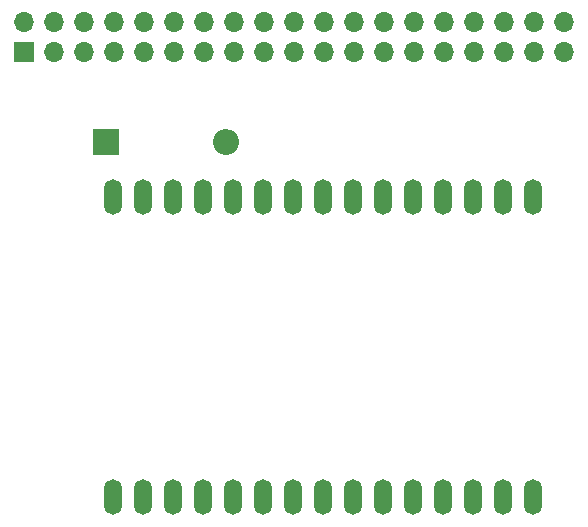
<source format=gbr>
%TF.GenerationSoftware,KiCad,Pcbnew,7.0.2*%
%TF.CreationDate,2024-04-19T19:58:46-03:00*%
%TF.ProjectId,HM_MAIN_ESP32_DEV-01,484d5f4d-4149-44e5-9f45-535033325f44,rev?*%
%TF.SameCoordinates,Original*%
%TF.FileFunction,Soldermask,Bot*%
%TF.FilePolarity,Negative*%
%FSLAX46Y46*%
G04 Gerber Fmt 4.6, Leading zero omitted, Abs format (unit mm)*
G04 Created by KiCad (PCBNEW 7.0.2) date 2024-04-19 19:58:46*
%MOMM*%
%LPD*%
G01*
G04 APERTURE LIST*
%ADD10O,1.500000X3.000000*%
%ADD11R,2.200000X2.200000*%
%ADD12O,2.200000X2.200000*%
%ADD13R,1.700000X1.700000*%
%ADD14O,1.700000X1.700000*%
G04 APERTURE END LIST*
D10*
%TO.C,M1*%
X82632380Y-85118200D03*
X113109840Y-85118200D03*
X90252380Y-85118200D03*
X110569840Y-85118200D03*
X92792380Y-85118200D03*
X100409840Y-85118200D03*
X90252380Y-59715660D03*
X87712380Y-59715660D03*
X92792380Y-59715660D03*
X87712380Y-85118200D03*
X95332380Y-85118200D03*
X97872380Y-85118200D03*
X102949840Y-85118200D03*
X105489840Y-85118200D03*
X108029840Y-85118200D03*
X115649840Y-85118200D03*
X118189840Y-85118200D03*
X100409840Y-59715660D03*
X97872380Y-59715660D03*
X95332380Y-59715660D03*
X105489840Y-59715660D03*
X102949840Y-59715660D03*
X110569840Y-59715660D03*
X108029840Y-59715660D03*
X115649840Y-59715660D03*
X113109840Y-59715660D03*
X118189840Y-59715660D03*
X85172380Y-59715660D03*
X85172380Y-85118200D03*
X82632380Y-59715660D03*
%TD*%
D11*
%TO.C,D1*%
X82120000Y-55060000D03*
D12*
X92280000Y-55060000D03*
%TD*%
D13*
%TO.C,J2*%
X75140160Y-47464340D03*
D14*
X75140160Y-44924340D03*
X77680160Y-47464340D03*
X77680160Y-44924340D03*
X80220160Y-47464340D03*
X80220160Y-44924340D03*
X82760160Y-47464340D03*
X82760160Y-44924340D03*
X85300160Y-47464340D03*
X85300160Y-44924340D03*
X87840160Y-47464340D03*
X87840160Y-44924340D03*
X90380160Y-47464340D03*
X90380160Y-44924340D03*
X92920160Y-47464340D03*
X92920160Y-44924340D03*
X95460160Y-47464340D03*
X95460160Y-44924340D03*
X98000160Y-47464340D03*
X98000160Y-44924340D03*
X100540160Y-47464340D03*
X100540160Y-44924340D03*
X103080160Y-47464340D03*
X103080160Y-44924340D03*
X105620160Y-47464340D03*
X105620160Y-44924340D03*
X108160160Y-47464340D03*
X108160160Y-44924340D03*
X110700160Y-47464340D03*
X110700160Y-44924340D03*
X113240160Y-47464340D03*
X113240160Y-44924340D03*
X115780160Y-47464340D03*
X115780160Y-44924340D03*
X118320160Y-47464340D03*
X118320160Y-44924340D03*
X120860160Y-47464340D03*
X120860160Y-44924340D03*
%TD*%
M02*

</source>
